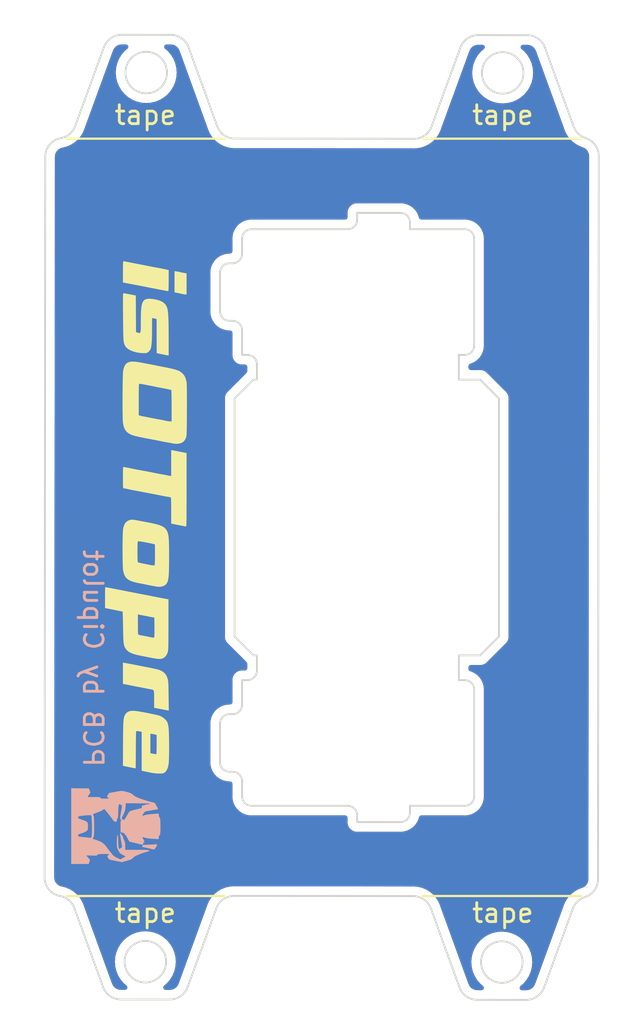
<source format=kicad_pcb>
(kicad_pcb (version 20211014) (generator pcbnew)
  (title_block (title "is0Topre") (date "2022-06-03") (rev "1") (company "Cipulot") (comment 2 "PCB by Cipulot"))
  (layers (0 "F.Cu" signal) (31 "B.Cu" signal) (34 "B.Paste" user) (35 "F.Paste" user) (36 "B.SilkS" user "B.Silkscreen") (37 "F.SilkS" user "F.Silkscreen") (38 "B.Mask" user) (39 "F.Mask" user) (44 "Edge.Cuts" user))
  (net 0 "")
  (footprint "LOGO" (layer "F.Cu") (at 95.69364 67.309669 -90)
    (fp_text reference "G***" hide)
    (fp_text value "LOGO" hide)
    (fp_poly (pts (xy 2.357187 -1.210878) (xy 2.586178 -1.208756) (xy 2.77921 -1.204873) (xy 2.940325 -1.198931) (xy 3.073565 -1.190633) (xy 3.182973 -1.179679) (xy 3.272589 -1.165773) (xy 3.346457 -1.148617) (xy 3.408619 -1.127912) (xy 3.44682 -1.11139) (xy 3.546953 -1.040596) (xy 3.618796 -0.939009) (xy 3.660744 -0.810891) (xy 3.671193 -0.660506) (xy 3.659317 -0.546693) (xy 3.633601 -0.401423) (xy 3.603054 -0.239831) (xy 3.571719 -0.082821) (xy 3.54713 0.033045) (xy 3.532592 0.103416) (xy 3.515097 0.194417) (xy 3.50236 0.264354) (xy 3.457294 0.493296) (xy 3.408484 0.682345) (xy 3.352836 0.835663) (xy 3.287259 0.957411) (xy 3.208661 1.051752) (xy 3.113948 1.122847) (xy 3.000028 1.174856) (xy 2.863809 1.211943) (xy 2.787798 1.225959) (xy 2.717753 1.233424) (xy 2.610548 1.239734) (xy 2.472212 1.244895) (xy 2.308772 1.248913) (xy 2.126257 1.251794) (xy 1.930695 1.253543) (xy 1.728116 1.254166) (xy 1.524546 1.253671) (xy 1.326015 1.252061) (xy 1.13855 1.249344) (xy 0.968181 1.245525) (xy 0.820935 1.24061) (xy 0.702841 1.234605) (xy 0.619927 1.227516) (xy 0.594796 1.223806) (xy 0.433826 1.182506) (xy 0.310559 1.124484) (xy 0.220681 1.046274) (xy 0.159877 0.944408) (xy 0.130892 0.850999) (xy 0.124001 0.821389) (xy 0.118589 0.795951) (xy 0.115272 0.770245) (xy 0.114668 0.739833) (xy 0.117395 0.700276) (xy 0.12407 0.647137) (xy 0.135311 0.575977) (xy 0.151735 0.482358) (xy 0.164139 0.415094) (xy 1.261052 0.415094) (xy 1.263065 0.428057) (xy 1.271928 0.43895) (xy 1.292497 0.447326) (xy 1.329853 0.453504) (xy 1.389079 0.457801) (xy 1.475256 0.460535) (xy 1.593465 0.462024) (xy 1.748788 0.462584) (xy 1.815967 0.46262) (xy 1.984962 0.462388) (xy 2.115176 0.461449) (xy 2.211885 0.459442) (xy 2.280366 0.456002) (xy 2.325896 0.450765) (xy 2.35375 0.44337) (xy 2.369205 0.433451) (xy 2.375871 0.424068) (xy 2.388843 0.385882) (xy 2.406304 0.316549) (xy 2.425281 0.228347) (xy 2.433245 0.187251) (xy 2.454253 0.078452) (xy 2.476753 -0.032623) (xy 2.496601 -0.125626) (xy 2.500553 -0.143191) (xy 2.52737 -0.285208) (xy 2.536984 -0.39868) (xy 2.535726 -0.435082) (xy 2.524988 -0.444005) (xy 2.491791 -0.450924) (xy 2.432119 -0.456039) (xy 2.341954 -0.459548) (xy 2.217279 -0.461653) (xy 2.054079 -0.462552) (xy 1.982109 -0.462619) (xy 1.430826 -0.462619) (xy 1.412229 -0.413053) (xy 1.402403 -0.381521) (xy 1.389892 -0.330742) (xy 1.373732 -0.256044) (xy 1.352959 -0.152752) (xy 1.326609 -0.016195) (xy 1.293718 0.158302) (xy 1.287562 0.19124) (xy 1.272313 0.283755) (xy 1.263073 0.362271) (xy 1.261052 0.415094) (xy 0.164139 0.415094) (xy 0.17396 0.361841) (xy 0.202603 0.209987) (xy 0.238283 0.02236) (xy 0.267687 -0.132177) (xy 0.313641 -0.359724) (xy 0.358363 -0.547884) (xy 0.404026 -0.701197) (xy 0.4528 -0.824204) (xy 0.506858 -0.921445) (xy 0.56837 -0.997459) (xy 0.639509 -1.056788) (xy 0.722446 -1.103971) (xy 0.735347 -1.109968) (xy 0.792681 -1.133491) (xy 0.855044 -1.15319) (xy 0.926702 -1.169384) (xy 1.011921 -1.182394) (xy 1.114967 -1.192541) (xy 1.240105 -1.200145) (xy 1.391602 -1.205526) (xy 1.573723 -1.209003) (xy 1.790733 -1.210899) (xy 2.0469 -1.211532) (xy 2.088194 -1.211538)) (layer "F.SilkS") (width 0) (fill solid))
    (fp_poly (pts (xy 10.216572 -1.143092) (xy 10.208605 -1.103618) (xy 10.194245 -1.02982) (xy 10.175218 -0.930676) (xy 10.153253 -0.815168) (xy 10.141819 -0.754661) (xy 10.078491 -0.418862) (xy 9.624077 -0.418711) (xy 9.46436 -0.418587) (xy 9.34304 -0.417121) (xy 9.254455 -0.41249) (xy 9.192945 -0.402872) (xy 9.15285 -0.386446) (xy 9.128509 -0.361389) (xy 9.114261 -0.325878) (xy 9.104447 -0.278092) (xy 9.09958 -0.24987) (xy 9.087148 -0.181961) (xy 9.068846 -0.086051) (xy 9.047593 0.022689) (xy 9.034571 0.088118) (xy 9.012468 0.199543) (xy 8.991071 0.309505) (xy 8.973513 0.401806) (xy 8.966374 0.44059) (xy 8.95208 0.516773) (xy 8.932112 0.619059) (xy 8.909814 0.730424) (xy 8.899278 0.782047) (xy 8.878723 0.882997) (xy 8.860446 0.974516) (xy 8.84703 1.043575) (xy 8.842455 1.06843) (xy 8.830433 1.134735) (xy 8.820939 1.184085) (xy 8.810956 1.233652) (xy 7.682527 1.233652) (xy 7.695414 1.162056) (xy 7.725367 0.996201) (xy 7.749941 0.861729) (xy 7.771405 0.746634) (xy 7.792027 0.638908) (xy 7.814074 0.526546) (xy 7.839815 0.397539) (xy 7.840017 0.396531) (xy 7.862483 0.283329) (xy 7.884601 0.169866) (xy 7.903071 0.073154) (xy 7.91052 0.033045) (xy 7.933849 -0.089879) (xy 7.960177 -0.220523) (xy 7.987581 -0.350167) (xy 8.014136 -0.470093) (xy 8.03792 -0.571582) (xy 8.057008 -0.645916) (xy 8.068097 -0.681216) (xy 8.111438 -0.783336) (xy 8.14922 -0.856677) (xy 8.189479 -0.914369) (xy 8.240249 -0.969542) (xy 8.251006 -0.980104) (xy 8.32833 -1.043608) (xy 8.418357 -1.091288) (xy 8.50721 -1.123367) (xy 8.552132 -1.136977) (xy 8.595685 -1.148042) (xy 8.643099 -1.156904) (xy 8.699604 -1.163908) (xy 8.770429 -1.169396) (xy 8.860805 -1.173711) (xy 8.975962 -1.177197) (xy 9.121131 -1.180196) (xy 9.30154 -1.183052) (xy 9.448301 -1.185104) (xy 10.227998 -1.195725)) (layer "F.SilkS") (width 0) (fill solid))
    (fp_poly (pts (xy 12.374983 -1.211665) (xy 12.559708 -1.20943) (xy 12.727599 -1.205763) (xy 12.871893 -1.200643) (xy 12.985827 -1.194047) (xy 13.05708 -1.186795) (xy 13.230409 -1.149507) (xy 13.368489 -1.09339) (xy 13.469014 -1.019527) (xy 13.504077 -0.976868) (xy 13.529526 -0.935168) (xy 13.54555 -0.893845) (xy 13.554158 -0.841438) (xy 13.557361 -0.766488) (xy 13.55731 -0.673414) (xy 13.554587 -0.579201) (xy 13.547211 -0.483646) (xy 13.533982 -0.378931) (xy 13.513699 -0.257239) (xy 13.485161 -0.110753) (xy 13.447166 0.068343) (xy 13.43439 0.12667) (xy 13.408922 0.242325) (xy 11.351207 0.242325) (xy 11.322717 0.376576) (xy 11.308233 0.452793) (xy 11.305493 0.497495) (xy 11.314675 0.521683) (xy 11.325214 0.530445) (xy 11.353145 0.534564) (xy 11.420482 0.538404) (xy 11.522574 0.541873) (xy 11.654768 0.544876) (xy 11.812413 0.547321) (xy 11.990856 0.549114) (xy 12.185446 0.550162) (xy 12.319992 0.5504) (xy 12.521276 0.550759) (xy 12.708312 0.55165) (xy 12.876638 0.55301) (xy 13.021797 0.554778) (xy 13.139329 0.556892) (xy 13.224775 0.559289) (xy 13.273677 0.561908) (xy 13.283782 0.563799) (xy 13.279618 0.591047) (xy 13.268454 0.651444) (xy 13.25228 0.735005) (xy 13.233087 0.831748) (xy 13.212864 0.931689) (xy 13.193602 1.024845) (xy 13.177293 1.101231) (xy 13.171096 1.129012) (xy 13.14721 1.233652) (xy 12.097499 1.230263) (xy 11.878041 1.22922) (xy 11.665121 1.227574) (xy 11.464224 1.225412) (xy 11.280836 1.222821) (xy 11.12044 1.219886) (xy 10.988522 1.216694) (xy 10.890567 1.213332) (xy 10.838508 1.210436) (xy 10.690897 1.195353) (xy 10.578878 1.17522) (xy 10.494093 1.148083) (xy 10.433767 1.115792) (xy 10.354565 1.053439) (xy 10.29603 0.982691) (xy 10.257214 0.898175) (xy 10.237167 0.794515) (xy 10.234941 0.666337) (xy 10.249587 0.508266) (xy 10.280155 0.314926) (xy 10.286365 0.280876) (xy 10.304228 0.18416) (xy 10.323026 0.082135) (xy 10.331038 0.038552) (xy 10.349636 -0.058709) (xy 10.372886 -0.174358) (xy 10.382427 -0.220295) (xy 11.449197 -0.220295) (xy 12.480672 -0.220295) (xy 12.507726 -0.362907) (xy 12.521633 -0.439457) (xy 12.531396 -0.499379) (xy 12.534779 -0.528128) (xy 12.512922 -0.536333) (xy 12.447972 -0.542736) (xy 12.34086 -0.547296) (xy 12.192515 -0.549973) (xy 12.027556 -0.550737) (xy 11.520332 -0.550737) (xy 11.497224 -0.490156) (xy 11.480294 -0.430335) (xy 11.465464 -0.35274) (xy 11.461657 -0.324935) (xy 11.449197 -0.220295) (xy 10.382427 -0.220295) (xy 10.398632 -0.298313) (xy 10.424716 -0.420486) (xy 10.448983 -0.530794) (xy 10.469276 -0.61915) (xy 10.483438 -0.67547) (xy 10.484525 -0.679263) (xy 10.531751 -0.791883) (xy 10.603438 -0.9047) (xy 10.69026 -1.006485) (xy 10.782887 -1.086014) (xy 10.856182 -1.12657) (xy 10.9054 -1.140881) (xy 10.983569 -1.158434) (xy 11.076058 -1.176026) (xy 11.102862 -1.180577) (xy 11.178752 -1.189023) (xy 11.29192 -1.196209) (xy 11.435602 -1.202114) (xy 11.603033 -1.206716) (xy 11.787451 -1.209994) (xy 11.982091 -1.211925) (xy 12.18019 -1.21249)) (layer "F.SilkS") (width 0) (fill solid))
    (fp_poly (pts (xy -1.125079 -2.136825) (xy -0.828487 -2.136686) (xy -0.570605 -2.136388) (xy -0.34876 -2.135879) (xy -0.160278 -2.135106) (xy -0.002484 -2.134016) (xy 0.127295 -2.132555) (xy 0.231733 -2.13067) (xy 0.313506 -2.128308) (xy 0.375286 -2.125417) (xy 0.419748 -2.121943) (xy 0.449565 -2.117832) (xy 0.467413 -2.113032) (xy 0.475964 -2.10749) (xy 0.477894 -2.101152) (xy 0.477391 -2.098308) (xy 0.468291 -2.057251) (xy 0.454734 -1.988539) (xy 0.44139 -1.916565) (xy 0.424445 -1.825273) (xy 0.407227 -1.736994) (xy 0.396531 -1.685256) (xy 0.381644 -1.613987) (xy 0.363383 -1.523146) (xy 0.350934 -1.459453) (xy 0.324422 -1.321769) (xy -0.367188 -1.321769) (xy -0.569957 -1.321378) (xy -0.732324 -1.32011) (xy -0.857943 -1.31782) (xy -0.950463 -1.314364) (xy -1.013536 -1.3096) (xy -1.050815 -1.303383) (xy -1.065951 -1.29557) (xy -1.066542 -1.294232) (xy -1.073879 -1.259787) (xy -1.085773 -1.195546) (xy -1.099694 -1.115197) (xy -1.100149 -1.112489) (xy -1.119071 -1.005744) (xy -1.141099 -0.890118) (xy -1.156358 -0.815091) (xy -1.173307 -0.732545) (xy -1.195071 -0.622909) (xy -1.218453 -0.502417) (xy -1.234402 -0.41856) (xy -1.259178 -0.287554) (xy -1.288151 -0.135249) (xy -1.317138 0.016398) (xy -1.335148 0.110148) (xy -1.358082 0.229961) (xy -1.380427 0.348034) (xy -1.399505 0.450143) (xy -1.411858 0.517693) (xy -1.442145 0.681852) (xy -1.470839 0.8251) (xy -1.502523 0.970149) (xy -1.508361 0.995855) (xy -1.525603 1.077809) (xy -1.537754 1.147751) (xy -1.542064 1.188613) (xy -1.543311 1.202223) (xy -1.550371 1.212772) (xy -1.568218 1.22065) (xy -1.601828 1.226247) (xy -1.656178 1.229953) (xy -1.736243 1.232156) (xy -1.846999 1.233247) (xy -1.993421 1.233615) (xy -2.117188 1.233652) (xy -2.292124 1.233417) (xy -2.427708 1.232521) (xy -2.528643 1.230678) (xy -2.599633 1.2276) (xy -2.645382 1.223002) (xy -2.670595 1.216596) (xy -2.679975 1.208096) (xy -2.679171 1.199408) (xy -2.668755 1.160281) (xy -2.655056 1.093473) (xy -2.643613 1.028679) (xy -2.626259 0.931245) (xy -2.604318 0.818953) (xy -2.587273 0.737988) (xy -2.566166 0.638968) (xy -2.545585 0.53743) (xy -2.532356 0.468127) (xy -2.515246 0.373911) (xy -2.496483 0.270647) (xy -2.489332 0.23131) (xy -2.47183 0.134897) (xy -2.453282 0.032493) (xy -2.446412 -0.005507) (xy -2.432578 -0.07898) (xy -2.413003 -0.178989) (xy -2.390958 -0.288943) (xy -2.380237 -0.341457) (xy -2.347699 -0.501755) (xy -2.32124 -0.637544) (xy -2.297369 -0.76732) (xy -2.2726 -0.90958) (xy -2.268063 -0.936253) (xy -2.251916 -1.024215) (xy -2.235265 -1.103485) (xy -2.222426 -1.154328) (xy -2.20784 -1.219717) (xy -2.202949 -1.269983) (xy -2.202949 -1.321769) (xy -3.570773 -1.321769) (xy -3.556986 -1.40438) (xy -3.547316 -1.45803) (xy -3.531153 -1.543194) (xy -3.510743 -1.648201) (xy -3.488328 -1.76138) (xy -3.488133 -1.762359) (xy -3.466327 -1.871498) (xy -3.446965 -1.968576) (xy -3.432072 -2.043431) (xy -3.423671 -2.085903) (xy -3.423399 -2.087294) (xy -3.413731 -2.13686) (xy -1.463057 -2.13686)) (layer "F.SilkS") (width 0) (fill solid))
    (fp_poly (pts (xy -5.831761 -2.155195) (xy -5.647678 -2.154413) (xy -5.37374 -2.152928) (xy -5.140262 -2.151522) (xy -4.943649 -2.150053) (xy -4.780302 -2.148382) (xy -4.646625 -2.146368) (xy -4.53902 -2.14387) (xy -4.45389 -2.140746) (xy -4.387639 -2.136857) (xy -4.336668 -2.132062) (xy -4.29738 -2.126219) (xy -4.266179 -2.119189) (xy -4.239467 -2.110829) (xy -4.213647 -2.101) (xy -4.206185 -2.098005) (xy -4.127546 -2.05989) (xy -4.05726 -2.015049) (xy -4.025298 -1.987785) (xy -3.957345 -1.887122) (xy -3.914912 -1.75852) (xy -3.899723 -1.61112) (xy -3.9135 -1.454063) (xy -3.919259 -1.425149) (xy -3.933496 -1.354078) (xy -3.950575 -1.261166) (xy -3.964774 -1.178577) (xy -3.978026 -1.099844) (xy -3.990929 -1.027435) (xy -4.005626 -0.950234) (xy -4.024262 -0.857124) (xy -4.048981 -0.736988) (xy -4.062504 -0.671899) (xy -4.080275 -0.584196) (xy -4.102714 -0.470132) (xy -4.126507 -0.346675) (xy -4.142081 -0.264354) (xy -4.187803 -0.022645) (xy -4.227251 0.180032) (xy -4.261554 0.348075) (xy -4.29184 0.485885) (xy -4.319237 0.597862) (xy -4.344874 0.688406) (xy -4.369879 0.761916) (xy -4.395381 0.822793) (xy -4.422507 0.875437) (xy -4.443271 0.910067) (xy -4.486205 0.975515) (xy -4.522541 1.020199) (xy -4.567135 1.059864) (xy -4.626192 1.103986) (xy -4.704733 1.150834) (xy -4.800796 1.187371) (xy -4.92442 1.216875) (xy -5.022723 1.233596) (xy -5.081089 1.238863) (xy -5.177993 1.243317) (xy -5.308298 1.246976) (xy -5.466866 1.249859) (xy -5.64856 1.251981) (xy -5.848242 1.253362) (xy -6.060775 1.254018) (xy -6.281021 1.253967) (xy -6.503843 1.253228) (xy -6.724103 1.251817) (xy -6.936664 1.249752) (xy -7.136388 1.247051) (xy -7.318138 1.243732) (xy -7.476776 1.239812) (xy -7.607166 1.235309) (xy -7.704168 1.230241) (xy -7.762646 1.224624) (xy -7.765394 1.224171) (xy -7.921417 1.188068) (xy -8.045698 1.137338) (xy -8.139843 1.068572) (xy -8.205458 0.978362) (xy -8.244147 0.863298) (xy -8.257515 0.719972) (xy -8.247168 0.544976) (xy -8.21986 0.36823) (xy -7.080399 0.36823) (xy -7.07941 0.37947) (xy -7.055747 0.383316) (xy -6.992927 0.386858) (xy -6.89585 0.389998) (xy -6.769417 0.392635) (xy -6.618529 0.394668) (xy -6.448085 0.395999) (xy -6.262988 0.396526) (xy -6.243514 0.396531) (xy -5.418163 0.396531) (xy -5.397113 0.341165) (xy -5.381659 0.288382) (xy -5.364591 0.212327) (xy -5.354769 0.159421) (xy -5.34065 0.080674) (xy -5.320778 -0.023754) (xy -5.298501 -0.136432) (xy -5.288159 -0.18725) (xy -5.256112 -0.344996) (xy -5.229761 -0.480023) (xy -5.205263 -0.612627) (xy -5.178774 -0.763104) (xy -5.175499 -0.782047) (xy -5.156861 -0.880082) (xy -5.135342 -0.978914) (xy -5.118847 -1.044891) (xy -5.100401 -1.131799) (xy -5.089807 -1.220815) (xy -5.088812 -1.248664) (xy -5.088812 -1.343798) (xy -5.913617 -1.343798) (xy -6.099915 -1.343319) (xy -6.272097 -1.341953) (xy -6.425254 -1.339809) (xy -6.554476 -1.336996) (xy -6.654853 -1.333625) (xy -6.721474 -1.329803) (xy -6.749431 -1.32564) (xy -6.749908 -1.325216) (xy -6.759343 -1.295755) (xy -6.775007 -1.231589) (xy -6.795068 -1.141328) (xy -6.817693 -1.03358) (xy -6.841047 -0.916955) (xy -6.8633 -0.800063) (xy -6.872584 -0.749002) (xy -6.889378 -0.657703) (xy -6.906391 -0.56942) (xy -6.916923 -0.517693) (xy -6.953627 -0.341981) (xy -6.98752 -0.173607) (xy -7.017617 -0.017997) (xy -7.042937 0.11942) (xy -7.062496 0.233215) (xy -7.075311 0.317961) (xy -7.080399 0.36823) (xy -8.21986 0.36823) (xy -8.214711 0.334901) (xy -8.205814 0.288911) (xy -8.182149 0.1688) (xy -8.159212 0.050513) (xy -8.139708 -0.051884) (xy -8.12691 -0.121162) (xy -8.107057 -0.229725) (xy -8.086149 -0.338551) (xy -8.061334 -0.462157) (xy -8.031685 -0.605811) (xy -8.013971 -0.693543) (xy -7.991696 -0.807646) (xy -7.968147 -0.931137) (xy -7.952797 -1.013356) (xy -7.913277 -1.211598) (xy -7.871702 -1.391496) (xy -7.829733 -1.546994) (xy -7.789033 -1.672036) (xy -7.751265 -1.760565) (xy -7.744199 -1.773374) (xy -7.642124 -1.912007) (xy -7.515845 -2.017208) (xy -7.362038 -2.09099) (xy -7.177378 -2.135367) (xy -7.13811 -2.140692) (xy -7.083815 -2.144454) (xy -6.989768 -2.147738) (xy -6.860274 -2.150505) (xy -6.699637 -2.152715) (xy -6.512163 -2.154329) (xy -6.302156 -2.155307) (xy -6.07392 -2.155609)) (layer "F.SilkS") (width 0) (fill solid))
    (fp_poly (pts (xy 5.672593 -1.177219) (xy 5.952068 -1.176851) (xy 6.191051 -1.176292) (xy 6.393112 -1.175442) (xy 6.561819 -1.174202) (xy 6.700739 -1.172473) (xy 6.81344 -1.170157) (xy 6.903491 -1.167154) (xy 6.97446 -1.163366) (xy 7.029915 -1.158693) (xy 7.073424 -1.153038) (xy 7.108555 -1.1463) (xy 7.138876 -1.138381) (xy 7.145519 -1.136389) (xy 7.270981 -1.081972) (xy 7.372795 -1.005594) (xy 7.442959 -0.914123) (xy 7.464269 -0.862906) (xy 7.478093 -0.810596) (xy 7.486802 -0.75795) (xy 7.489837 -0.699232) (xy 7.486638 -0.628707) (xy 7.476644 -0.540638) (xy 7.459296 -0.429292) (xy 7.434033 -0.288931) (xy 7.400297 -0.113821) (xy 7.382176 -0.022029) (xy 7.360065 0.08945) (xy 7.338244 0.199457) (xy 7.319932 0.291771) (xy 7.312259 0.330443) (xy 7.265562 0.538854) (xy 7.214755 0.708614) (xy 7.157124 0.845108) (xy 7.089958 0.953722) (xy 7.010547 1.039842) (xy 6.92221 1.105159) (xy 6.876455 1.131575) (xy 6.8293 1.153471) (xy 6.776097 1.171353) (xy 6.712198 1.185725) (xy 6.632957 1.197094) (xy 6.533725 1.205964) (xy 6.409853 1.21284) (xy 6.256696 1.218229) (xy 6.069604 1.222636) (xy 5.84393 1.226565) (xy 5.799263 1.227255) (xy 5.614035 1.230449) (xy 5.443429 1.234113) (xy 5.292277 1.238087) (xy 5.165411 1.242212) (xy 5.067663 1.24633) (xy 5.003865 1.250282) (xy 4.978849 1.253909) (xy 4.978665 1.25422) (xy 4.974457 1.281374) (xy 4.962916 1.343486) (xy 4.945662 1.432373) (xy 4.924315 1.539854) (xy 4.900496 1.657747) (xy 4.875826 1.77787) (xy 4.858374 1.861492) (xy 4.839581 1.95301) (xy 4.82251 2.039843) (xy 4.81173 2.098309) (xy 4.797525 2.18092) (xy 4.236741 2.18092) (xy 4.065399 2.180795) (xy 3.933212 2.180172) (xy 3.835272 2.178675) (xy 3.766675 2.175927) (xy 3.722515 2.171553) (xy 3.697887 2.165178) (xy 3.687885 2.156426) (xy 3.687604 2.14492) (xy 3.689263 2.138992) (xy 3.700212 2.094798) (xy 3.714472 2.024857) (xy 3.724762 1.968264) (xy 3.740774 1.876733) (xy 3.756977 1.787635) (xy 3.775454 1.689997) (xy 3.798285 1.572843) (xy 3.827555 1.425203) (xy 3.832804 1.398873) (xy 3.862448 1.249673) (xy 3.895075 1.084454) (xy 3.929333 0.910152) (xy 3.963873 0.733703) (xy 3.997343 0.562044) (xy 4.020921 0.44059) (xy 5.128095 0.44059) (xy 5.659663 0.44059) (xy 5.825964 0.440507) (xy 5.953572 0.439935) (xy 6.047855 0.438392) (xy 6.114178 0.435395) (xy 6.157909 0.430461) (xy 6.184413 0.423107) (xy 6.199057 0.41285) (xy 6.207208 0.399207) (xy 6.210503 0.391024) (xy 6.223808 0.34447) (xy 6.239998 0.270529) (xy 6.255216 0.187251) (xy 6.271271 0.094016) (xy 6.287802 0.004456) (xy 6.299771 -0.055073) (xy 6.31562 -0.128242) (xy 6.33519 -0.218721) (xy 6.346394 -0.270577) (xy 6.360743 -0.359711) (xy 6.357376 -0.411132) (xy 6.352173 -0.419692) (xy 6.32292 -0.426676) (xy 6.253242 -0.43188) (xy 6.14674 -0.435198) (xy 6.007016 -0.436523) (xy 5.837671 -0.435751) (xy 5.814268 -0.435498) (xy 5.298092 -0.429575) (xy 5.284309 -0.341457) (xy 5.272988 -0.276531) (xy 5.255841 -0.186574) (xy 5.23632 -0.089625) (xy 5.233716 -0.077103) (xy 5.213143 0.023841) (xy 5.193479 0.124433) (xy 5.178723 0.204173) (xy 5.177832 0.20928) (xy 5.16331 0.28752) (xy 5.148711 0.357618) (xy 5.143426 0.380009) (xy 5.128095 0.44059) (xy 4.020921 0.44059) (xy 4.028392 0.402109) (xy 4.05567 0.260835) (xy 4.077825 0.145157) (xy 4.093508 0.062013) (xy 4.098816 0.033045) (xy 4.115491 -0.056542) (xy 4.132713 -0.143811) (xy 4.141842 -0.18725) (xy 4.160751 -0.277249) (xy 4.184435 -0.395473) (xy 4.209947 -0.526768) (xy 4.234339 -0.655983) (xy 4.25326 -0.760017) (xy 4.269901 -0.849634) (xy 4.287338 -0.936924) (xy 4.296704 -0.980312) (xy 4.311386 -1.051973) (xy 4.321731 -1.114953) (xy 4.322769 -1.123504) (xy 4.328795 -1.178577)) (layer "F.SilkS") (width 0) (fill solid))
    (fp_poly (pts (xy -8.593516 -1.084952) (xy -8.606254 -1.015508) (xy -8.625308 -0.919708) (xy -8.647334 -0.814186) (xy -8.656314 -0.772586) (xy -8.675719 -0.682984) (xy -8.690975 -0.611239) (xy -8.700036 -0.567046) (xy -8.701648 -0.557798) (xy -8.722908 -0.556275) (xy -8.783617 -0.554864) (xy -8.879161 -0.553602) (xy -9.004929 -0.552526) (xy -9.15631 -0.551671) (xy -9.328691 -0.551073) (xy -9.517463 -0.550768) (xy -9.602702 -0.550737) (xy -10.503756 -0.550737) (xy -10.52794 -0.481361) (xy -10.545284 -0.415825) (xy -10.552125 -0.360199) (xy -10.552125 -0.308413) (xy -9.949817 -0.308413) (xy -9.688232 -0.306672) (xy -9.46761 -0.301301) (xy -9.284985 -0.292073) (xy -9.137392 -0.278763) (xy -9.021866 -0.261145) (xy -8.935442 -0.238994) (xy -8.909347 -0.229229) (xy -8.850982 -0.193315) (xy -8.789432 -0.138658) (xy -8.769811 -0.116714) (xy -8.734273 -0.069756) (xy -8.713808 -0.02681) (xy -8.704318 0.026977) (xy -8.701706 0.106459) (xy -8.701648 0.130363) (xy -8.712478 0.326989) (xy -8.743328 0.516253) (xy -8.791739 0.691762) (xy -8.855248 0.847125) (xy -8.931397 0.975951) (xy -9.017724 1.071849) (xy -9.080617 1.1148) (xy -9.121854 1.135742) (xy -9.160783 1.153615) (xy -9.201157 1.168697) (xy -9.246728 1.181263) (xy -9.301251 1.19159) (xy -9.368478 1.199956) (xy -9.452161 1.206636) (xy -9.556053 1.211906) (xy -9.683909 1.216044) (xy -9.839479 1.219326) (xy -10.026518 1.222028) (xy -10.248778 1.224427) (xy -10.510011 1.226799) (xy -10.612706 1.227686) (xy -10.880969 1.229918) (xy -11.108498 1.231586) (xy -11.298611 1.232623) (xy -11.454631 1.232961) (xy -11.579877 1.232533) (xy -11.677671 1.231272) (xy -11.751333 1.22911) (xy -11.804184 1.22598) (xy -11.839544 1.221815) (xy -11.860735 1.216547) (xy -11.871077 1.210109) (xy -11.873891 1.202434) (xy -11.873894 1.202119) (xy -11.869808 1.16334) (xy -11.859056 1.095571) (xy -11.8439 1.012967) (xy -11.842718 1.006921) (xy -11.821706 0.898903) (xy -11.799121 0.781287) (xy -11.783648 0.699663) (xy -11.755753 0.55119) (xy -10.78591 0.545456) (xy -9.816066 0.539723) (xy -9.787904 0.442439) (xy -9.775299 0.397687) (xy -9.769274 0.362426) (xy -9.774198 0.335527) (xy -9.794439 0.315857) (xy -9.834367 0.302287) (xy -9.898351 0.293685) (xy -9.990759 0.288922) (xy -10.115962 0.286865) (xy -10.278328 0.286385) (xy -10.390888 0.286384) (xy -10.640016 0.284665) (xy -10.849234 0.279023) (xy -11.022579 0.268726) (xy -11.164085 0.253042) (xy -11.277785 0.23124) (xy -11.367716 0.20259) (xy -11.437911 0.16636) (xy -11.492406 0.121818) (xy -11.526835 0.080517) (xy -11.566516 -0.009408) (xy -11.583609 -0.133881) (xy -11.578 -0.289556) (xy -11.549574 -0.473083) (xy -11.546295 -0.488942) (xy -11.501345 -0.664816) (xy -11.446848 -0.804214) (xy -11.379318 -0.914299) (xy -11.297463 -1.000367) (xy -11.250795 -1.036756) (xy -11.199619 -1.068181) (xy -11.140521 -1.095001) (xy -11.070089 -1.117572) (xy -10.984908 -1.136254) (xy -10.881566 -1.151404) (xy -10.75665 -1.16338) (xy -10.606746 -1.172541) (xy -10.428441 -1.179244) (xy -10.218322 -1.183848) (xy -9.972975 -1.186711) (xy -9.688988 -1.18819) (xy -9.503507 -1.188557) (xy -8.576051 -1.189592)) (layer "F.SilkS") (width 0) (fill solid))
    (fp_poly (pts (xy -11.807805 -2.082102) (xy -11.812917 -2.02559) (xy -11.825626 -1.952948) (xy -11.829989 -1.933403) (xy -11.845597 -1.864394) (xy -11.865706 -1.771579) (xy -11.886119 -1.674343) (xy -11.887274 -1.668733) (xy -11.922376 -1.498005) (xy -13.044156 -1.498005) (xy -13.030008 -1.602645) (xy -13.017263 -1.681805) (xy -13.002335 -1.754371) (xy -12.997494 -1.773374) (xy -12.984025 -1.829766) (xy -12.967229 -1.910843) (xy -12.952724 -1.988161) (xy -12.926321 -2.13686) (xy -11.807805 -2.13686)) (layer "F.SilkS") (width 0) (fill solid))
    (fp_poly (pts (xy -12.361511 -1.188759) (xy -12.212323 -1.186329) (xy -12.098315 -1.182404) (xy -12.022145 -1.177087) (xy -11.986473 -1.170481) (xy -11.984041 -1.16801) (xy -11.988154 -1.135638) (xy -11.999317 -1.069541) (xy -12.015764 -0.979163) (xy -12.035732 -0.873949) (xy -12.057455 -0.763341) (xy -12.079169 -0.656784) (xy -12.082921 -0.638855) (xy -12.10428 -0.533385) (xy -12.126565 -0.417441) (xy -12.138452 -0.352472) (xy -12.15563 -0.258435) (xy -12.173482 -0.164884) (xy -12.18444 -0.110147) (xy -12.201186 -0.027494) (xy -12.223722 0.086419) (xy -12.250157 0.221762) (xy -12.278599 0.368703) (xy -12.307157 0.517413) (xy -12.333941 0.658061) (xy -12.35706 0.780817) (xy -12.374623 0.875851) (xy -12.381488 0.914224) (xy -12.398363 1.006166) (xy -12.415688 1.093288) (xy -12.4284 1.151041) (xy -12.448359 1.233652) (xy -13.009262 1.233652) (xy -13.191638 1.233115) (xy -13.333592 1.23139) (xy -13.438746 1.228307) (xy -13.510725 1.223693) (xy -13.553153 1.217378) (xy -13.569654 1.209191) (xy -13.570165 1.207154) (xy -13.566027 1.177845) (xy -13.554542 1.112824) (xy -13.537103 1.01956) (xy -13.515104 0.905523) (xy -13.493116 0.794101) (xy -13.466154 0.658039) (xy -13.440414 0.526707) (xy -13.417899 0.410431) (xy -13.400612 0.319536) (xy -13.392485 0.275369) (xy -13.375872 0.185775) (xy -13.35869 0.0985) (xy -13.349572 0.055074) (xy -13.331124 -0.032717) (xy -13.307774 -0.149154) (xy -13.282389 -0.279514) (xy -13.257839 -0.409075) (xy -13.23796 -0.517693) (xy -13.212994 -0.656044) (xy -13.192441 -0.765783) (xy -13.173398 -0.861746) (xy -13.15296 -0.958769) (xy -13.139874 -1.018864) (xy -13.102397 -1.189592) (xy -12.543219 -1.189592)) (layer "F.SilkS") (width 0) (fill solid))
  )
  (footprint "cipulot_parts:IronMan_small" (layer "B.Cu") (at 94.13875 83.66125 90)
    (fp_text reference "G***" hide)
    (fp_text value "LOGO" hide)
    (fp_poly (pts (xy -0.961677 2.109707) (xy -0.955522 2.06341) (xy -0.96107 1.988827) (xy -0.967446 1.906658) (xy -0.973209 1.797837) (xy -0.977536 1.679541) (xy -0.979064 1.613276) (xy -0.981433 1.508076) (xy -0.985436 1.438437) (xy -0.992881 1.396091) (xy -1.005575 1.372769) (xy -1.025327 1.360201) (xy -1.035201 1.356475) (xy -1.07482 1.345163) (xy -1.08725 1.345492) (xy -1.091707 1.368077) (xy -1.103681 1.424056) (xy -1.12108 1.503946) (xy -1.14181 1.598269) (xy -1.163777 1.697541) (xy -1.184887 1.792283) (xy -1.203047 1.873012) (xy -1.216163 1.930249) (xy -1.21931 1.943539) (xy -1.218254 1.976485) (xy -1.192383 2.008663) (xy -1.133905 2.04894) (xy -1.118569 2.058178) (xy -1.036877 2.104307) (xy -0.986688 2.122411) (xy -0.961677 2.109707)) (layer "B.SilkS") (width 0.01) (fill solid))
    (fp_poly (pts (xy 0.150865 2.300618) (xy 0.264966 2.298787) (xy 0.345413 2.295152) (xy 0.398506 2.289234) (xy 0.430547 2.280555) (xy 0.447837 2.268638) (xy 0.449354 2.266795) (xy 0.487649 2.242686) (xy 0.551565 2.223725) (xy 0.575956 2.219748) (xy 0.676064 2.207027) (xy 0.662745 2.08423) (xy 0.654944 2.004833) (xy 0.645765 1.900322) (xy 0.636822 1.789324) (xy 0.634107 1.753236) (xy 0.622574 1.647196) (xy 0.605044 1.54419) (xy 0.584645 1.461396) (xy 0.576924 1.439141) (xy 0.555375 1.380107) (xy 0.552697 1.350223) (xy 0.574044 1.348222) (xy 0.624567 1.372835) (xy 0.690168 1.411261) (xy 0.765347 1.47139) (xy 0.795422 1.527645) (xy 0.803289 1.568887) (xy 0.815927 1.639744) (xy 0.831712 1.730608) (xy 0.849018 1.831868) (xy 0.866221 1.933913) (xy 0.881696 2.027135) (xy 0.893818 2.101922) (xy 0.900963 2.148664) (xy 0.902186 2.159147) (xy 0.919668 2.170272) (xy 0.970459 2.154555) (xy 1.052071 2.112928) (xy 1.098816 2.085612) (xy 1.237614 2.002011) (xy 1.291721 1.784483) (xy 1.320865 1.677445) (xy 1.360504 1.54569) (xy 1.405484 1.40575) (xy 1.450653 1.274157) (xy 1.451748 1.271096) (xy 1.500403 1.140135) (xy 1.541742 1.042054) (xy 1.580516 0.967418) (xy 1.621476 0.906794) (xy 1.656128 0.865248) (xy 1.704905 0.806108) (xy 1.741238 0.747543) (xy 1.771236 0.6767) (xy 1.801003 0.580722) (xy 1.814179 0.532545) (xy 1.840702 0.431418) (xy 1.858524 0.35179) (xy 1.86767 0.283035) (xy 1.868166 0.214525) (xy 1.860037 0.135633) (xy 1.843309 0.035732) (xy 1.818008 -0.095805) (xy 1.815718 -0.107482) (xy 1.794721 -0.214866) (xy 1.777149 -0.305349) (xy 1.764542 -0.370955) (xy 1.758439 -0.403706) (xy 1.758105 -0.405907) (xy 1.740672 -0.419526) (xy 1.696209 -0.449086) (xy 1.663557 -0.469845) (xy 1.606206 -0.504129) (xy 1.573396 -0.515436) (xy 1.55169 -0.505823) (xy 1.537061 -0.489194) (xy 1.511356 -0.450414) (xy 1.504379 -0.431537) (xy 1.489125 -0.423604) (xy 1.48051 -0.427351) (xy 1.469836 -0.45415) (xy 1.461853 -0.513459) (xy 1.457896 -0.593978) (xy 1.457693 -0.620405) (xy 1.460598 -0.740593) (xy 1.468497 -0.826247) (xy 1.480889 -0.874673) (xy 1.497271 -0.883177) (xy 1.505019 -0.874508) (xy 1.521161 -0.868538) (xy 1.533962 -0.901683) (xy 1.542969 -0.969309) (xy 1.547727 -1.066787) (xy 1.54778 -1.189484) (xy 1.545022 -1.281905) (xy 1.54152 -1.407043) (xy 1.54302 -1.491148) (xy 1.54966 -1.536776) (xy 1.559342 -1.547232) (xy 1.591145 -1.532906) (xy 1.645324 -1.500369) (xy 1.684828 -1.47405) (xy 1.785048 -1.404738) (xy 2.001002 -1.48507) (xy 2.007245 -1.947885) (xy 2.013488 -2.410699) (xy -1.989435 -2.410699) (xy -1.989435 -1.49437) (xy -1.884753 -1.460579) (xy -1.78007 -1.426787) (xy -1.664217 -1.524265) (xy -1.604477 -1.573475) (xy -1.559546 -1.608514) (xy -1.539255 -1.621743) (xy -1.536832 -1.60121) (xy -1.536654 -1.545025) (xy -1.538598 -1.461309) (xy -1.541761 -1.378643) (xy -0.617779 -1.378643) (xy -0.616111 -1.41661) (xy -0.61535 -1.42034) (xy -0.608459 -1.465071) (xy -0.598977 -1.542344) (xy -0.588192 -1.641022) (xy -0.578118 -1.742278) (xy -0.566149 -1.865809) (xy -0.556207 -1.952287) (xy -0.546222 -2.00832) (xy -0.534123 -2.040513) (xy -0.51784 -2.055473) (xy -0.495303 -2.059805) (xy -0.47853 -2.060052) (xy -0.451673 -2.056027) (xy -0.430069 -2.0388) (xy -0.409198 -2.000646) (xy -0.384537 -1.933837) (xy -0.35991 -1.857334) (xy -0.316628 -1.736453) (xy -0.272622 -1.644715) (xy -0.236339 -1.594349) (xy -0.201682 -1.563413) (xy -0.165364 -1.545348) (xy -0.113982 -1.536742) (xy -0.034135 -1.534181) (xy 0.000295 -1.534081) (xy 0.093166 -1.535582) (xy 0.152879 -1.542132) (xy 0.192496 -1.556801) (xy 0.225076 -1.582661) (xy 0.230717 -1.588252) (xy 0.263939 -1.637598) (xy 0.301472 -1.718989) (xy 0.338431 -1.821512) (xy 0.345982 -1.845758) (xy 0.377471 -1.943914) (xy 0.402828 -2.006597) (xy 0.425847 -2.041144) (xy 0.450319 -2.054892) (xy 0.454468 -2.05563) (xy 0.504238 -2.048433) (xy 0.525802 -2.033715) (xy 0.539058 -1.998925) (xy 0.552245 -1.931383) (xy 0.564602 -1.84072) (xy 0.575369 -1.736566) (xy 0.583785 -1.628553) (xy 0.585843 -1.58887) (xy 1.526776 -1.58887) (xy 1.538342 -1.599827) (xy 1.549909 -1.58887) (xy 1.538342 -1.577912) (xy 1.526776 -1.58887) (xy 0.585843 -1.58887) (xy 0.58909 -1.52631) (xy 0.590522 -1.439469) (xy 0.58732 -1.377661) (xy 0.579713 -1.351263) (xy 0.547593 -1.342045) (xy 0.477298 -1.334089) (xy 0.376901 -1.327501) (xy 0.254479 -1.322389) (xy 0.118104 -1.318859) (xy -0.024148 -1.317019) (xy -0.164203 -1.316975) (xy -0.293986 -1.318835) (xy -0.405424 -1.322706) (xy -0.490441 -1.328694) (xy -0.539375 -1.336439) (xy -0.595819 -1.355915) (xy -0.617779 -1.378643) (xy -1.541761 -1.378643) (xy -1.542544 -1.358185) (xy -1.54352 -1.336842) (xy -1.548397 -1.219092) (xy -1.549685 -1.138423) (xy -1.546878 -1.088186) (xy -1.53947 -1.061727) (xy -1.526956 -1.052396) (xy -1.521847 -1.051941) (xy -1.495758 -1.032246) (xy -1.476567 -0.972511) (xy -1.464118 -0.87176) (xy -1.458258 -0.729018) (xy -1.457731 -0.648926) (xy -1.461178 -0.527551) (xy -1.470852 -0.447054) (xy -1.486508 -0.408137) (xy -1.507903 -0.411501) (xy -1.5289 -0.444931) (xy -1.548523 -0.48143) (xy -1.569361 -0.499107) (xy -1.599871 -0.496419) (xy -1.648506 -0.471824) (xy -1.72372 -0.423778) (xy -1.753715 -0.403908) (xy -1.760218 -0.381873) (xy -1.773435 -0.32423) (xy -1.791746 -0.238481) (xy -1.813528 -0.13213) (xy -1.826339 -0.067891) (xy -1.891786 0.263362) (xy -1.827037 0.505808) (xy -1.797251 0.60797) (xy -1.766396 0.698126) (xy -1.738466 0.7654) (xy -1.72043 0.796) (xy -1.676353 0.845058) (xy -1.623556 0.902299) (xy -1.616817 0.909491) (xy -1.583336 0.958995) (xy -1.541525 1.041487) (xy -1.495082 1.147628) (xy -1.447706 1.268082) (xy -1.403097 1.393512) (xy -1.364952 1.514582) (xy -1.340231 1.6077) (xy -1.322558 1.677128) (xy -1.308821 1.709897) (xy -1.294625 1.71246) (xy -1.279633 1.696651) (xy -1.270101 1.674064) (xy -1.262624 1.631062) (xy -1.257009 1.56348) (xy -1.253059 1.467155) (xy -1.250579 1.337924) (xy -1.249373 1.171623) (xy -1.24918 1.047753) (xy -1.24918 0.438309) (xy -1.051891 0.438309) (xy -0.94689 0.436346) (xy -0.870152 0.428098) (xy -0.803767 0.410023) (xy -0.729822 0.378578) (xy -0.715543 0.371807) (xy -0.641148 0.340207) (xy -0.580923 0.32182) (xy -0.548489 0.320532) (xy -0.532629 0.324878) (xy -0.537204 0.318239) (xy -0.528912 0.299229) (xy -0.488689 0.271307) (xy -0.462022 0.257647) (xy -0.398208 0.222064) (xy -0.372298 0.194508) (xy -0.386177 0.178268) (xy -0.414859 0.175324) (xy -0.453213 0.179045) (xy -0.526028 0.189033) (xy -0.622285 0.203524) (xy -0.730961 0.220755) (xy -0.841037 0.238964) (xy -0.941491 0.256387) (xy -1.021302 0.27126) (xy -1.045602 0.276234) (xy -1.09102 0.279096) (xy -1.125007 0.2576) (xy -1.155398 0.21602) (xy -1.185648 0.166048) (xy -1.20193 0.133381) (xy -1.202828 0.129532) (xy -1.180296 0.104223) (xy -1.113077 0.08514) (xy -1.002307 0.07245) (xy -0.849121 0.066323) (xy -0.773866 0.065746) (xy -0.659928 0.06443) (xy -0.564712 0.060821) (xy -0.496662 0.055431) (xy -0.46422 0.048773) (xy -0.46266 0.046884) (xy -0.484633 0.032459) (xy -0.545945 0.019858) (xy -0.639684 0.009804) (xy -0.758935 0.003018) (xy -0.896788 0.000222) (xy -0.909801 0.000191) (xy -1.012687 0.001478) (xy -1.086615 0.008086) (xy -1.148864 0.023785) (xy -1.216711 0.052347) (xy -1.270802 0.078995) (xy -1.353587 0.122997) (xy -1.408478 0.161905) (xy -1.449388 0.209317) (xy -1.49023 0.278834) (xy -1.506084 0.30898) (xy -1.544833 0.380635) (xy -1.576477 0.433922) (xy -1.595238 0.459235) (xy -1.596993 0.460098) (xy -1.612534 0.442032) (xy -1.641789 0.394372) (xy -1.678648 0.327127) (xy -1.681509 0.32165) (xy -1.753639 0.183075) (xy -1.673812 0.009354) (xy -1.610197 -0.111677) (xy -1.546236 -0.196263) (xy -1.508777 -0.230112) (xy -1.444439 -0.280759) (xy -1.365039 -0.344624) (xy -1.304063 -0.394478) (xy -1.216831 -0.463732) (xy -1.119211 -0.53726) (xy -1.059441 -0.580123) (xy -0.954256 -0.668224) (xy -0.867858 -0.776026) (xy -0.795104 -0.911445) (xy -0.730849 -1.082397) (xy -0.72868 -1.089155) (xy -0.664301 -1.290734) (xy -0.575968 -1.248042) (xy -0.542377 -1.233707) (xy -0.504478 -1.222985) (xy -0.45536 -1.215376) (xy -0.388115 -1.210382) (xy -0.295833 -1.207505) (xy -0.171605 -1.206246) (xy -0.00852 -1.206106) (xy 0.004862 -1.206126) (xy 0.180167 -1.207068) (xy 0.314827 -1.209488) (xy 0.414445 -1.213714) (xy 0.484625 -1.220073) (xy 0.530971 -1.22889) (xy 0.555191 -1.238223) (xy 0.605344 -1.261457) (xy 0.636942 -1.270319) (xy 0.653314 -1.251048) (xy 0.678063 -1.198537) (xy 0.707269 -1.121803) (xy 0.726154 -1.065198) (xy 0.762507 -0.962998) (xy 0.804092 -0.865092) (xy 0.843993 -0.787192) (xy 0.858838 -0.763861) (xy 0.926229 -0.668421) (xy 0.824521 -0.580759) (xy 0.738717 -0.508725) (xy 0.643003 -0.431447) (xy 0.545987 -0.355541) (xy 0.456283 -0.287618) (xy 0.3825 -0.234293) (xy 0.333249 -0.202179) (xy 0.327684 -0.199177) (xy 0.271696 -0.149665) (xy 0.2459 -0.082271) (xy 0.249046 -0.039169) (xy 0.275062 -0.009339) (xy 0.335655 -0.000002) (xy 0.336976 0) (xy 0.395528 0.008677) (xy 0.431678 0.029843) (xy 0.432594 0.03126) (xy 0.451093 0.044733) (xy 0.49241 0.054463) (xy 0.562927 0.061149) (xy 0.669026 0.065488) (xy 0.763388 0.067432) (xy 0.925874 0.072386) (xy 1.045495 0.081784) (xy 1.125467 0.096166) (xy 1.169007 0.116069) (xy 1.179781 0.137108) (xy 1.168922 0.168486) (xy 1.14246 0.217494) (xy 1.139299 0.222635) (xy 1.106607 0.265705) (xy 1.070196 0.278781) (xy 1.01785 0.272397) (xy 0.822554 0.236066) (xy 0.66816 0.208835) (xy 0.550361 0.19048) (xy 0.464854 0.180776) (xy 0.407333 0.179498) (xy 0.373492 0.186422) (xy 0.359028 0.201322) (xy 0.359634 0.223973) (xy 0.364291 0.238262) (xy 0.369741 0.260284) (xy 0.353203 0.252799) (xy 0.331746 0.235591) (xy 0.305721 0.219505) (xy 0.267777 0.208537) (xy 0.209593 0.201778) (xy 0.122846 0.198319) (xy -0.000786 0.19725) (xy -0.019171 0.197239) (xy -0.143622 0.197756) (xy -0.229059 0.199913) (xy -0.282731 0.204616) (xy -0.311883 0.212772) (xy -0.323764 0.225289) (xy -0.325632 0.235591) (xy -0.336971 0.327636) (xy -0.359695 0.387369) (xy -0.36649 0.392215) (xy 0.325749 0.392215) (xy 0.363789 0.316642) (xy 0.389969 0.268227) (xy 0.407464 0.242395) (xy 0.409574 0.24107) (xy 0.432159 0.250275) (xy 0.486922 0.275107) (xy 0.564766 0.311391) (xy 0.627123 0.340895) (xy 0.733225 0.389328) (xy 0.81633 0.420489) (xy 0.893446 0.439122) (xy 0.981579 0.449975) (xy 1.031488 0.453727) (xy 1.226047 0.466735) (xy 1.222158 1.18121) (xy 1.22097 1.348455) (xy 1.219372 1.496654) (xy 1.217457 1.621476) (xy 1.215314 1.718592) (xy 1.213034 1.783671) (xy 1.210708 1.812385) (xy 1.209046 1.808024) (xy 1.198102 1.747033) (xy 1.18244 1.704991) (xy 1.178235 1.699543) (xy 1.164014 1.665392) (xy 1.156852 1.608186) (xy 1.156648 1.596738) (xy 1.150994 1.539866) (xy 1.137039 1.504227) (xy 1.133515 1.501208) (xy 1.116138 1.471293) (xy 1.110028 1.428689) (xy 1.098405 1.357164) (xy 1.065109 1.323444) (xy 1.020625 1.32505) (xy 0.97555 1.326489) (xy 0.962139 1.310959) (xy 0.949421 1.26568) (xy 0.93136 1.195042) (xy 0.911116 1.112243) (xy 0.891849 1.030482) (xy 0.876721 0.962958) (xy 0.86889 0.922868) (xy 0.868543 0.920063) (xy 0.85677 0.875872) (xy 0.851141 0.865108) (xy 0.837943 0.830755) (xy 0.823236 0.773289) (xy 0.820296 0.759125) (xy 0.801642 0.701393) (xy 0.764894 0.658419) (xy 0.700678 0.616841) (xy 0.624687 0.572986) (xy 0.53263 0.518426) (xy 0.461749 0.475529) (xy 0.325749 0.392215) (xy -0.36649 0.392215) (xy -0.391631 0.410142) (xy -0.406224 0.407961) (xy -0.43056 0.405616) (xy -0.429707 0.413716) (xy -0.43165 0.436893) (xy -0.465116 0.469404) (xy -0.533632 0.513862) (xy -0.640724 0.572881) (xy -0.653507 0.579588) (xy -0.727404 0.619178) (xy -0.782415 0.650461) (xy -0.808703 0.667792) (xy -0.809654 0.669165) (xy -0.814562 0.69213) (xy -0.828109 0.750345) (xy -0.84853 0.836352) (xy -0.874059 0.942693) (xy -0.890619 1.011199) (xy -0.918387 1.126798) (xy -0.942048 1.227246) (xy -0.959824 1.30483) (xy -0.969935 1.351835) (xy -0.971585 1.361996) (xy -0.951372 1.376512) (xy -0.901517 1.390953) (xy -0.889232 1.393323) (xy -0.831039 1.411126) (xy -0.818224 1.435882) (xy -0.818655 1.437031) (xy -0.814546 1.455661) (xy -0.776213 1.44607) (xy -0.704554 1.408564) (xy -0.664603 1.384479) (xy -0.61043 1.354088) (xy -0.574127 1.339632) (xy -0.567222 1.340055) (xy -0.568202 1.364326) (xy -0.580874 1.417971) (xy -0.599607 1.480233) (xy -0.622321 1.574709) (xy -0.641398 1.704192) (xy -0.655634 1.859919) (xy -0.658874 1.912123) (xy -0.675596 2.21346) (xy -0.592034 2.21346) (xy -0.508177 2.229172) (xy -0.468859 2.257291) (xy -0.451993 2.272801) (xy -0.429025 2.284158) (xy -0.393137 2.292005) (xy -0.337512 2.296983) (xy -0.255331 2.299733) (xy -0.139778 2.300898) (xy -0.003193 2.301122) (xy 0.150865 2.300618)) (layer "B.SilkS") (width 0.01) (fill solid))
    (fp_poly (pts (xy -0.882627 1.45947) (xy -0.857793 1.437403) (xy -0.862887 1.424717) (xy -0.866121 1.424504) (xy -0.885688 1.44007) (xy -0.892828 1.449806) (xy -0.895555 1.464802) (xy -0.882627 1.45947)) (layer "B.SilkS") (width 0.01) (fill solid))
  )
  (gr_line (start 99.82875 87.35125) (end 91.47875 87.35125) (layer "F.SilkS") (width 0.12))
  (gr_line (start 110.32875 87.35125) (end 118.72875 87.35125) (layer "F.SilkS") (width 0.12))
  (gr_line (start 99.87875 47.25125) (end 91.47875 47.25125) (layer "F.SilkS") (width 0.12))
  (gr_line (start 110.37875 47.25125) (end 118.72875 47.25125) (layer "F.SilkS") (width 0.12))
  (gr_line (start 109.658291 52.044269) (end 112.561891 52.044269) (layer "Edge.Cuts") (width 0.1))
  (gr_arc (start 112.33199 42.42563) (mid 112.69857 41.948854) (end 113.272331 41.768576) (layer "Edge.Cuts") (width 0.1))
  (gr_arc (start 106.864291 51.544269) (mid 106.717827 51.89779) (end 106.364291 52.044269) (layer "Edge.Cuts") (width 0.1))
  (gr_line (start 114.372291 61.009669) (end 113.372291 60.009669) (layer "Edge.Cuts") (width 0.1))
  (gr_arc (start 116.761904 92.194061) (mid 116.395315 92.670818) (end 115.821563 92.851114) (layer "Edge.Cuts") (width 0.1))
  (gr_line (start 100.768291 81.271669) (end 100.768291 82.075069) (layer "Edge.Cuts") (width 0.1))
  (gr_arc (start 100.099891 56.895669) (mid 99.74632 56.749225) (end 99.599891 56.395669) (layer "Edge.Cuts") (width 0.1))
  (gr_line (start 101.372291 60.009669) (end 101.555691 60.009669) (layer "Edge.Cuts") (width 0.1))
  (gr_line (start 115.821563 92.851114) (end 113.221979 92.848552) (layer "Edge.Cuts") (width 0.1))
  (gr_arc (start 113.221979 92.848552) (mid 112.648568 92.667141) (end 112.282936 92.189646) (layer "Edge.Cuts") (width 0.1))
  (gr_line (start 100.372291 73.609669) (end 101.372291 74.609669) (layer "Edge.Cuts") (width 0.1))
  (gr_line (start 99.599891 56.395669) (end 99.599891 54.347669) (layer "Edge.Cuts") (width 0.1))
  (gr_line (start 113.061891 82.075069) (end 113.061891 76.420269) (layer "Edge.Cuts") (width 0.1))
  (gr_line (start 109.658291 51.680669) (end 109.658291 52.044269) (layer "Edge.Cuts") (width 0.1))
  (gr_line (start 99.408732 88.002913) (end 97.885392 92.175454) (layer "Edge.Cuts") (width 0.1))
  (gr_line (start 113.061891 52.544269) (end 113.061891 58.199069) (layer "Edge.Cuts") (width 0.1))
  (gr_line (start 101.268291 82.575069) (end 106.364291 82.575069) (layer "Edge.Cuts") (width 0.1))
  (gr_arc (start 100.768291 53.347669) (mid 100.621827 53.70119) (end 100.268291 53.847669) (layer "Edge.Cuts") (width 0.1))
  (gr_arc (start 100.268291 80.771669) (mid 100.621862 80.918113) (end 100.768291 81.271669) (layer "Edge.Cuts") (width 0.1))
  (gr_arc (start 118.285244 88.02152) (mid 118.532824 87.64242) (end 118.92218 87.411291) (layer "Edge.Cuts") (width 0.1))
  (gr_line (start 106.864291 83.075069) (end 106.864291 83.438669) (layer "Edge.Cuts") (width 0.1))
  (gr_line (start 119.657503 48.170627) (end 119.619761 86.459102) (layer "Edge.Cuts") (width 0.1))
  (gr_line (start 106.864291 83.438669) (end 109.158291 83.438669) (layer "Edge.Cuts") (width 0.1))
  (gr_line (start 112.249091 60.009669) (end 113.372291 60.009669) (layer "Edge.Cuts") (width 0.1))
  (gr_line (start 109.658291 82.575069) (end 112.561891 82.575069) (layer "Edge.Cuts") (width 0.1))
  (gr_circle (center 95.647231 90.831227) (end 96.747231 90.831227) (layer "Edge.Cuts") (width 0.1) (fill none))
  (gr_circle (center 95.69364 43.751249) (end 96.79364 43.751249) (layer "Edge.Cuts") (width 0.1) (fill none))
  (gr_line (start 97.934446 42.411437) (end 99.449558 46.586973) (layer "Edge.Cuts") (width 0.1))
  (gr_line (start 106.864291 51.544269) (end 106.864291 51.180669) (layer "Edge.Cuts") (width 0.1))
  (gr_line (start 116.810958 42.430045) (end 118.326069 46.605581) (layer "Edge.Cuts") (width 0.1))
  (gr_line (start 100.099891 80.771669) (end 100.268291 80.771669) (layer "Edge.Cuts") (width 0.1))
  (gr_arc (start 100.268291 56.895669) (mid 100.621862 57.042113) (end 100.768291 57.395669) (layer "Edge.Cuts") (width 0.1))
  (gr_arc (start 96.995403 41.752532) (mid 97.56876 41.933986) (end 97.934446 42.411437) (layer "Edge.Cuts") (width 0.1))
  (gr_arc (start 99.599891 54.347669) (mid 99.746355 53.994148) (end 100.099891 53.847669) (layer "Edge.Cuts") (width 0.1))
  (gr_line (start 101.055691 75.920269) (end 100.768291 75.920269) (layer "Edge.Cuts") (width 0.1))
  (gr_arc (start 119.619761 86.459102) (mid 119.426415 87.049067) (end 118.92218 87.411291) (layer "Edge.Cuts") (width 0.1))
  (gr_arc (start 106.364291 82.575069) (mid 106.717862 82.721513) (end 106.864291 83.075069) (layer "Edge.Cuts") (width 0.1))
  (gr_arc (start 100.099891 80.771669) (mid 99.74632 80.625225) (end 99.599891 80.271669) (layer "Edge.Cuts") (width 0.1))
  (gr_arc (start 90.34756 48.203913) (mid 90.580587 47.563164) (end 91.170171 47.220758) (layer "Edge.Cuts") (width 0.1))
  (gr_line (start 106.864291 51.180669) (end 109.158291 51.180669) (layer "Edge.Cuts") (width 0.1))
  (gr_arc (start 91.130612 87.352807) (mid 90.541685 87.009245) (end 90.30994 86.368032) (layer "Edge.Cuts") (width 0.1))
  (gr_line (start 109.658291 82.938669) (end 109.658291 82.575069) (layer "Edge.Cuts") (width 0.1))
  (gr_arc (start 112.561891 75.920269) (mid 112.915462 76.066713) (end 113.061891 76.420269) (layer "Edge.Cuts") (width 0.1))
  (gr_arc (start 101.055691 58.699069) (mid 101.409262 58.845513) (end 101.555691 59.199069) (layer "Edge.Cuts") (width 0.1))
  (gr_arc (start 109.158291 51.180669) (mid 109.511862 51.327113) (end 109.658291 51.680669) (layer "Edge.Cuts") (width 0.1))
  (gr_arc (start 110.80865 46.59817) (mid 110.442073 47.074947) (end 109.868309 47.255224) (layer "Edge.Cuts") (width 0.1))
  (gr_line (start 100.768291 53.347669) (end 100.768291 52.544269) (layer "Edge.Cuts") (width 0.1))
  (gr_line (start 100.388601 47.245879) (end 109.868309 47.255224) (layer "Edge.Cuts") (width 0.1))
  (gr_line (start 112.249091 75.920269) (end 112.249091 74.609669) (layer "Edge.Cuts") (width 0.1))
  (gr_line (start 100.768291 75.920269) (end 100.768291 77.223669) (layer "Edge.Cuts") (width 0.1))
  (gr_line (start 101.555691 60.009669) (end 101.555691 59.199069) (layer "Edge.Cuts") (width 0.1))
  (gr_arc (start 99.599891 78.223669) (mid 99.746355 77.870148) (end 100.099891 77.723669) (layer "Edge.Cuts") (width 0.1))
  (gr_line (start 100.372291 67.309669) (end 100.372291 73.609669) (layer "Edge.Cuts") (width 0.1))
  (gr_line (start 100.372291 61.009669) (end 101.372291 60.009669) (layer "Edge.Cuts") (width 0.1))
  (gr_arc (start 112.561891 52.044269) (mid 112.915462 52.190713) (end 113.061891 52.544269) (layer "Edge.Cuts") (width 0.1))
  (gr_line (start 101.555691 74.609669) (end 101.372291 74.609669) (layer "Edge.Cuts") (width 0.1))
  (gr_arc (start 109.828781 87.355204) (mid 110.402161 87.536626) (end 110.767824 88.01411) (layer "Edge.Cuts") (width 0.1))
  (gr_line (start 112.249091 74.609669) (end 113.372291 74.609669) (layer "Edge.Cuts") (width 0.1))
  (gr_line (start 114.372291 73.609669) (end 113.372291 74.609669) (layer "Edge.Cuts") (width 0.1))
  (gr_line (start 101.055691 58.699069) (end 100.768291 58.699069) (layer "Edge.Cuts") (width 0.1))
  (gr_line (start 109.828781 87.355204) (end 100.349073 87.34586) (layer "Edge.Cuts") (width 0.1))
  (gr_line (start 112.561891 58.699069) (end 112.249091 58.699069) (layer "Edge.Cuts") (width 0.1))
  (gr_arc (start 94.345467 92.829944) (mid 93.772108 92.648489) (end 93.406424 92.171038) (layer "Edge.Cuts") (width 0.1))
  (gr_line (start 94.395819 41.749969) (end 96.995403 41.752532) (layer "Edge.Cuts") (width 0.1))
  (gr_circle (center 114.570151 43.769857) (end 115.670151 43.769857) (layer "Edge.Cuts") (width 0.1) (fill none))
  (gr_arc (start 99.408732 88.002913) (mid 99.775329 87.526168) (end 100.349073 87.34586) (layer "Edge.Cuts") (width 0.1))
  (gr_line (start 113.272331 41.768576) (end 115.871915 41.771139) (layer "Edge.Cuts") (width 0.1))
  (gr_arc (start 101.268291 82.575069) (mid 100.91472 82.428625) (end 100.768291 82.075069) (layer "Edge.Cuts") (width 0.1))
  (gr_arc (start 91.932138 46.579563) (mid 91.636638 47.001746) (end 91.170171 47.220758) (layer "Edge.Cuts") (width 0.1))
  (gr_circle (center 114.523742 90.849834) (end 115.623742 90.849834) (layer "Edge.Cuts") (width 0.1) (fill none))
  (gr_line (start 100.268291 77.723669) (end 100.099891 77.723669) (layer "Edge.Cuts") (width 0.1))
  (gr_line (start 100.768291 58.699069) (end 100.768291 57.395669) (layer "Edge.Cuts") (width 0.1))
  (gr_line (start 100.372291 61.009669) (end 100.372291 67.309669) (layer "Edge.Cuts") (width 0.1))
  (gr_arc (start 101.555691 75.420269) (mid 101.409227 75.77379) (end 101.055691 75.920269) (layer "Edge.Cuts") (width 0.1))
  (gr_line (start 118.285244 88.02152) (end 116.761904 92.194061) (layer "Edge.Cuts") (width 0.1))
  (gr_line (start 110.80865 46.59817) (end 112.33199 42.42563) (layer "Edge.Cuts") (width 0.1))
  (gr_line (start 90.30994 86.368032) (end 90.34756 48.203913) (layer "Edge.Cuts") (width 0.1))
  (gr_arc (start 118.961801 47.217064) (mid 118.572875 46.985203) (end 118.326069 46.605581) (layer "Edge.Cuts") (width 0.1))
  (gr_line (start 96.945051 92.832507) (end 94.345467 92.829944) (layer "Edge.Cuts") (width 0.1))
  (gr_line (start 99.599891 78.223669) (end 99.599891 80.271669) (layer "Edge.Cuts") (width 0.1))
  (gr_arc (start 91.130612 87.352807) (mid 91.596663 87.572723) (end 91.891313 87.995503) (layer "Edge.Cuts") (width 0.1))
  (gr_arc (start 100.388601 47.245879) (mid 99.815213 47.064461) (end 99.449558 46.586973) (layer "Edge.Cuts") (width 0.1))
  (gr_line (start 100.099891 53.847669) (end 100.268291 53.847669) (layer "Edge.Cuts") (width 0.1))
  (gr_arc (start 109.658291 82.938669) (mid 109.511827 83.29219) (end 109.158291 83.438669) (layer "Edge.Cuts") (width 0.1))
  (gr_arc (start 100.768291 77.223669) (mid 100.621827 77.57719) (end 100.268291 77.723669) (layer "Edge.Cuts") (width 0.1))
  (gr_arc (start 97.885392 92.175454) (mid 97.518803 92.652209) (end 96.945051 92.832507) (layer "Edge.Cuts") (width 0.1))
  (gr_line (start 91.932138 46.579563) (end 93.455478 42.407022) (layer "Edge.Cuts") (width 0.1))
  (gr_line (start 112.282936 92.189646) (end 110.767824 88.01411) (layer "Edge.Cuts") (width 0.1))
  (gr_line (start 112.561891 75.920269) (end 112.249091 75.920269) (layer "Edge.Cuts") (width 0.1))
  (gr_line (start 93.406424 92.171038) (end 91.891313 87.995503) (layer "Edge.Cuts") (width 0.1))
  (gr_line (start 114.372291 67.309669) (end 114.372291 73.609669) (layer "Edge.Cuts") (width 0.1))
  (gr_line (start 100.268291 56.895669) (end 100.099891 56.895669) (layer "Edge.Cuts") (width 0.1))
  (gr_arc (start 113.061891 82.075069) (mid 112.915427 82.42859) (end 112.561891 82.575069) (layer "Edge.Cuts") (width 0.1))
  (gr_arc (start 115.871915 41.771139) (mid 116.445318 41.952539) (end 116.810958 42.430045) (layer "Edge.Cuts") (width 0.1))
  (gr_arc (start 100.768291 52.544269) (mid 100.914755 52.190748) (end 101.268291 52.044269) (layer "Edge.Cuts") (width 0.1))
  (gr_arc (start 113.061891 58.199069) (mid 112.915427 58.55259) (end 112.561891 58.699069) (layer "Edge.Cuts") (width 0.1))
  (gr_line (start 101.555691 74.609669) (end 101.555691 75.420269) (layer "Edge.Cuts") (width 0.1))
  (gr_arc (start 93.455478 42.407022) (mid 93.822088 41.930297) (end 94.395819 41.749969) (layer "Edge.Cuts") (width 0.1))
  (gr_line (start 101.268291 52.044269) (end 106.364291 52.044269) (layer "Edge.Cuts") (width 0.1))
  (gr_line (start 114.372291 67.309669) (end 114.372291 61.009669) (layer "Edge.Cuts") (width 0.1))
  (gr_arc (start 118.961801 47.217064) (mid 119.465319 47.580278) (end 119.657503 48.170627) (layer "Edge.Cuts") (width 0.1))
  (gr_line (start 112.249091 58.699069) (end 112.249091 60.009669) (layer "Edge.Cuts") (width 0.1))
  (gr_text "PCB by Cipulot" (at 92.86875 74.77125 270) (layer "B.SilkS") (effects (font (size 1 1)) (justify mirror)))
  (gr_text "tape\n" (at 95.647231 88.25125) (layer "F.SilkS") (effects (font (size 1 1))))
  (gr_text "tape\n" (at 114.57875 88.25125) (layer "F.SilkS") (effects (font (size 1 1))))
  (gr_text "tape\n" (at 95.647231 46.00125) (layer "F.SilkS") (effects (font (size 1 1))))
  (gr_text "tape\n" (at 114.57875 46.00125) (layer "F.SilkS") (effects (font (size 1 1))))
  (zone (net 0) (net_name "") (layers F&B.Cu) (connect_pads (clearance 0.508)) (min_thickness 0.254) (fill yes (thermal_gap 0.508) (thermal_bridge_width 0.508))
    (polygon (pts (xy 121.64994 39.908032) (xy 87.94994 39.908032) (xy 87.94994 94.138032) (xy 121.64994 94.138032)))
  )
)
</source>
